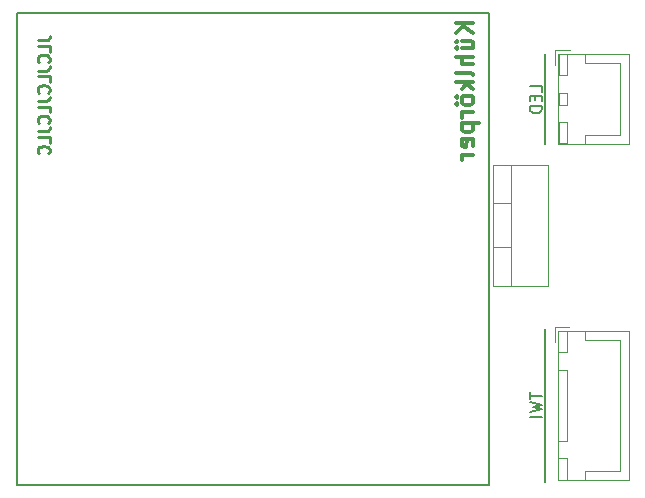
<source format=gbr>
%TF.GenerationSoftware,KiCad,Pcbnew,5.99.0-unknown-5c21f93803~130~ubuntu20.04.1*%
%TF.CreationDate,2021-06-27T11:12:41+02:00*%
%TF.ProjectId,LED-Modul,4c45442d-4d6f-4647-956c-2e6b69636164,rev?*%
%TF.SameCoordinates,Original*%
%TF.FileFunction,Legend,Bot*%
%TF.FilePolarity,Positive*%
%FSLAX46Y46*%
G04 Gerber Fmt 4.6, Leading zero omitted, Abs format (unit mm)*
G04 Created by KiCad (PCBNEW 5.99.0-unknown-5c21f93803~130~ubuntu20.04.1) date 2021-06-27 11:12:41*
%MOMM*%
%LPD*%
G01*
G04 APERTURE LIST*
%ADD10C,0.150000*%
%ADD11C,0.200000*%
%ADD12C,0.250000*%
%ADD13C,0.300000*%
%ADD14C,0.120000*%
G04 APERTURE END LIST*
D10*
X169367952Y-115670000D02*
X169367952Y-102770000D01*
X169418000Y-87112000D02*
X169418000Y-79512000D01*
D11*
X169120380Y-82669142D02*
X169120380Y-82192952D01*
X168120380Y-82192952D01*
X168596571Y-83002476D02*
X168596571Y-83335809D01*
X169120380Y-83478666D02*
X169120380Y-83002476D01*
X168120380Y-83002476D01*
X168120380Y-83478666D01*
X169120380Y-83907238D02*
X168120380Y-83907238D01*
X168120380Y-84145333D01*
X168168000Y-84288190D01*
X168263238Y-84383428D01*
X168358476Y-84431047D01*
X168548952Y-84478666D01*
X168691809Y-84478666D01*
X168882285Y-84431047D01*
X168977523Y-84383428D01*
X169072761Y-84288190D01*
X169120380Y-84145333D01*
X169120380Y-83907238D01*
D12*
X126452380Y-78311952D02*
X127166666Y-78311952D01*
X127309523Y-78264333D01*
X127404761Y-78169095D01*
X127452380Y-78026238D01*
X127452380Y-77931000D01*
X127452380Y-79264333D02*
X127452380Y-78788142D01*
X126452380Y-78788142D01*
X127357142Y-80169095D02*
X127404761Y-80121476D01*
X127452380Y-79978619D01*
X127452380Y-79883380D01*
X127404761Y-79740523D01*
X127309523Y-79645285D01*
X127214285Y-79597666D01*
X127023809Y-79550047D01*
X126880952Y-79550047D01*
X126690476Y-79597666D01*
X126595238Y-79645285D01*
X126500000Y-79740523D01*
X126452380Y-79883380D01*
X126452380Y-79978619D01*
X126500000Y-80121476D01*
X126547619Y-80169095D01*
X126452380Y-80883380D02*
X127166666Y-80883380D01*
X127309523Y-80835761D01*
X127404761Y-80740523D01*
X127452380Y-80597666D01*
X127452380Y-80502428D01*
X127452380Y-81835761D02*
X127452380Y-81359571D01*
X126452380Y-81359571D01*
X127357142Y-82740523D02*
X127404761Y-82692904D01*
X127452380Y-82550047D01*
X127452380Y-82454809D01*
X127404761Y-82311952D01*
X127309523Y-82216714D01*
X127214285Y-82169095D01*
X127023809Y-82121476D01*
X126880952Y-82121476D01*
X126690476Y-82169095D01*
X126595238Y-82216714D01*
X126500000Y-82311952D01*
X126452380Y-82454809D01*
X126452380Y-82550047D01*
X126500000Y-82692904D01*
X126547619Y-82740523D01*
X126452380Y-83454809D02*
X127166666Y-83454809D01*
X127309523Y-83407190D01*
X127404761Y-83311952D01*
X127452380Y-83169095D01*
X127452380Y-83073857D01*
X127452380Y-84407190D02*
X127452380Y-83931000D01*
X126452380Y-83931000D01*
X127357142Y-85311952D02*
X127404761Y-85264333D01*
X127452380Y-85121476D01*
X127452380Y-85026238D01*
X127404761Y-84883380D01*
X127309523Y-84788142D01*
X127214285Y-84740523D01*
X127023809Y-84692904D01*
X126880952Y-84692904D01*
X126690476Y-84740523D01*
X126595238Y-84788142D01*
X126500000Y-84883380D01*
X126452380Y-85026238D01*
X126452380Y-85121476D01*
X126500000Y-85264333D01*
X126547619Y-85311952D01*
X126452380Y-86026238D02*
X127166666Y-86026238D01*
X127309523Y-85978619D01*
X127404761Y-85883380D01*
X127452380Y-85740523D01*
X127452380Y-85645285D01*
X127452380Y-86978619D02*
X127452380Y-86502428D01*
X126452380Y-86502428D01*
X127357142Y-87883380D02*
X127404761Y-87835761D01*
X127452380Y-87692904D01*
X127452380Y-87597666D01*
X127404761Y-87454809D01*
X127309523Y-87359571D01*
X127214285Y-87311952D01*
X127023809Y-87264333D01*
X126880952Y-87264333D01*
X126690476Y-87311952D01*
X126595238Y-87359571D01*
X126500000Y-87454809D01*
X126452380Y-87597666D01*
X126452380Y-87692904D01*
X126500000Y-87835761D01*
X126547619Y-87883380D01*
D11*
X168108380Y-108124761D02*
X168108380Y-108696190D01*
X169108380Y-108410476D02*
X168108380Y-108410476D01*
X168108380Y-108934285D02*
X169108380Y-109172380D01*
X168394095Y-109362857D01*
X169108380Y-109553333D01*
X168108380Y-109791428D01*
X169108380Y-110172380D02*
X168108380Y-110172380D01*
D13*
%TO.C,REF\u002A\u002A*%
X163338571Y-76850429D02*
X161838571Y-76850429D01*
X163338571Y-77707572D02*
X162481428Y-77064715D01*
X161838571Y-77707572D02*
X162695714Y-76850429D01*
X162338571Y-78993286D02*
X163338571Y-78993286D01*
X162338571Y-78350429D02*
X163124285Y-78350429D01*
X163267142Y-78421858D01*
X163338571Y-78564715D01*
X163338571Y-78779001D01*
X163267142Y-78921858D01*
X163195714Y-78993286D01*
X161838571Y-78421858D02*
X161910000Y-78493286D01*
X161981428Y-78421858D01*
X161910000Y-78350429D01*
X161838571Y-78421858D01*
X161981428Y-78421858D01*
X161838571Y-78993286D02*
X161910000Y-79064715D01*
X161981428Y-78993286D01*
X161910000Y-78921858D01*
X161838571Y-78993286D01*
X161981428Y-78993286D01*
X163338571Y-79707572D02*
X161838571Y-79707572D01*
X163338571Y-80350429D02*
X162552857Y-80350429D01*
X162410000Y-80279001D01*
X162338571Y-80136143D01*
X162338571Y-79921858D01*
X162410000Y-79779001D01*
X162481428Y-79707572D01*
X163338571Y-81279001D02*
X163267142Y-81136143D01*
X163124285Y-81064715D01*
X161838571Y-81064715D01*
X163338571Y-81850429D02*
X161838571Y-81850429D01*
X162767142Y-81993286D02*
X163338571Y-82421858D01*
X162338571Y-82421858D02*
X162910000Y-81850429D01*
X163338571Y-83279001D02*
X163267142Y-83136143D01*
X163195714Y-83064715D01*
X163052857Y-82993286D01*
X162624285Y-82993286D01*
X162481428Y-83064715D01*
X162410000Y-83136143D01*
X162338571Y-83279001D01*
X162338571Y-83493286D01*
X162410000Y-83636143D01*
X162481428Y-83707572D01*
X162624285Y-83779001D01*
X163052857Y-83779001D01*
X163195714Y-83707572D01*
X163267142Y-83636143D01*
X163338571Y-83493286D01*
X163338571Y-83279001D01*
X161838571Y-83136143D02*
X161910000Y-83207572D01*
X161981428Y-83136143D01*
X161910000Y-83064715D01*
X161838571Y-83136143D01*
X161981428Y-83136143D01*
X161838571Y-83707572D02*
X161910000Y-83779001D01*
X161981428Y-83707572D01*
X161910000Y-83636143D01*
X161838571Y-83707572D01*
X161981428Y-83707572D01*
X163338571Y-84421858D02*
X162338571Y-84421858D01*
X162624285Y-84421858D02*
X162481428Y-84493286D01*
X162410000Y-84564715D01*
X162338571Y-84707572D01*
X162338571Y-84850429D01*
X162338571Y-85350429D02*
X163838571Y-85350429D01*
X162410000Y-85350429D02*
X162338571Y-85493286D01*
X162338571Y-85779001D01*
X162410000Y-85921858D01*
X162481428Y-85993286D01*
X162624285Y-86064715D01*
X163052857Y-86064715D01*
X163195714Y-85993286D01*
X163267142Y-85921858D01*
X163338571Y-85779001D01*
X163338571Y-85493286D01*
X163267142Y-85350429D01*
X163267142Y-87279001D02*
X163338571Y-87136143D01*
X163338571Y-86850429D01*
X163267142Y-86707572D01*
X163124285Y-86636143D01*
X162552857Y-86636143D01*
X162410000Y-86707572D01*
X162338571Y-86850429D01*
X162338571Y-87136143D01*
X162410000Y-87279001D01*
X162552857Y-87350429D01*
X162695714Y-87350429D01*
X162838571Y-86636143D01*
X163338571Y-87993286D02*
X162338571Y-87993286D01*
X162624285Y-87993286D02*
X162481428Y-88064715D01*
X162410000Y-88136143D01*
X162338571Y-88279001D01*
X162338571Y-88421858D01*
D11*
X164660000Y-75960000D02*
X124660000Y-75960000D01*
X124660000Y-75960000D02*
X124660000Y-115960000D01*
X124660000Y-115960000D02*
X164660000Y-115960000D01*
X164660000Y-115960000D02*
X164660000Y-75960000D01*
D14*
%TO.C,J2*%
X175725000Y-114770000D02*
X175725000Y-109220000D01*
X172775000Y-102920000D02*
X172775000Y-103670000D01*
X172775000Y-103670000D02*
X175725000Y-103670000D01*
X170515000Y-102910000D02*
X176485000Y-102910000D01*
X170515000Y-115530000D02*
X170515000Y-102910000D01*
X171275000Y-113720000D02*
X171275000Y-115520000D01*
X171275000Y-104720000D02*
X170525000Y-104720000D01*
X170225000Y-102620000D02*
X171475000Y-102620000D01*
X170525000Y-112220000D02*
X170525000Y-106220000D01*
X170525000Y-113720000D02*
X171275000Y-113720000D01*
X170525000Y-104720000D02*
X170525000Y-102920000D01*
X171275000Y-115520000D02*
X170525000Y-115520000D01*
X176485000Y-102910000D02*
X176485000Y-115530000D01*
X175725000Y-103670000D02*
X175725000Y-109220000D01*
X170225000Y-103870000D02*
X170225000Y-102620000D01*
X176485000Y-115530000D02*
X170515000Y-115530000D01*
X171275000Y-102920000D02*
X171275000Y-104720000D01*
X171275000Y-106220000D02*
X171275000Y-112220000D01*
X172775000Y-115520000D02*
X172775000Y-114770000D01*
X171275000Y-112220000D02*
X170525000Y-112220000D01*
X170525000Y-106220000D02*
X171275000Y-106220000D01*
X170525000Y-102920000D02*
X171275000Y-102920000D01*
X172775000Y-114770000D02*
X175725000Y-114770000D01*
X170525000Y-115520000D02*
X170525000Y-113720000D01*
%TO.C,J1*%
X172800000Y-80200000D02*
X175750000Y-80200000D01*
X170550000Y-81250000D02*
X170550000Y-79450000D01*
X175750000Y-80200000D02*
X175750000Y-83250000D01*
X170550000Y-85250000D02*
X171300000Y-85250000D01*
X175750000Y-86300000D02*
X175750000Y-83250000D01*
X172800000Y-87050000D02*
X172800000Y-86300000D01*
X171300000Y-87050000D02*
X170550000Y-87050000D01*
X176510000Y-87060000D02*
X170540000Y-87060000D01*
X170250000Y-79150000D02*
X171500000Y-79150000D01*
X171300000Y-81250000D02*
X170550000Y-81250000D01*
X170250000Y-80400000D02*
X170250000Y-79150000D01*
X171300000Y-82750000D02*
X171300000Y-83750000D01*
X170550000Y-83750000D02*
X170550000Y-82750000D01*
X170550000Y-87050000D02*
X170550000Y-85250000D01*
X171300000Y-85250000D02*
X171300000Y-87050000D01*
X171300000Y-83750000D02*
X170550000Y-83750000D01*
X172800000Y-79450000D02*
X172800000Y-80200000D01*
X170550000Y-82750000D02*
X171300000Y-82750000D01*
X171300000Y-79450000D02*
X171300000Y-81250000D01*
X170550000Y-79450000D02*
X171300000Y-79450000D01*
X170540000Y-79440000D02*
X176510000Y-79440000D01*
X170540000Y-87060000D02*
X170540000Y-79440000D01*
X176510000Y-79440000D02*
X176510000Y-87060000D01*
X172800000Y-86300000D02*
X175750000Y-86300000D01*
%TO.C,U1*%
X165030000Y-88859000D02*
X165030000Y-99100000D01*
X165030000Y-99100000D02*
X169671000Y-99100000D01*
X169671000Y-88859000D02*
X169671000Y-99100000D01*
X165030000Y-88859000D02*
X169671000Y-88859000D01*
X165030000Y-92130000D02*
X166540000Y-92130000D01*
X165030000Y-95830000D02*
X166540000Y-95830000D01*
X166540000Y-88859000D02*
X166540000Y-99100000D01*
%TD*%
M02*

</source>
